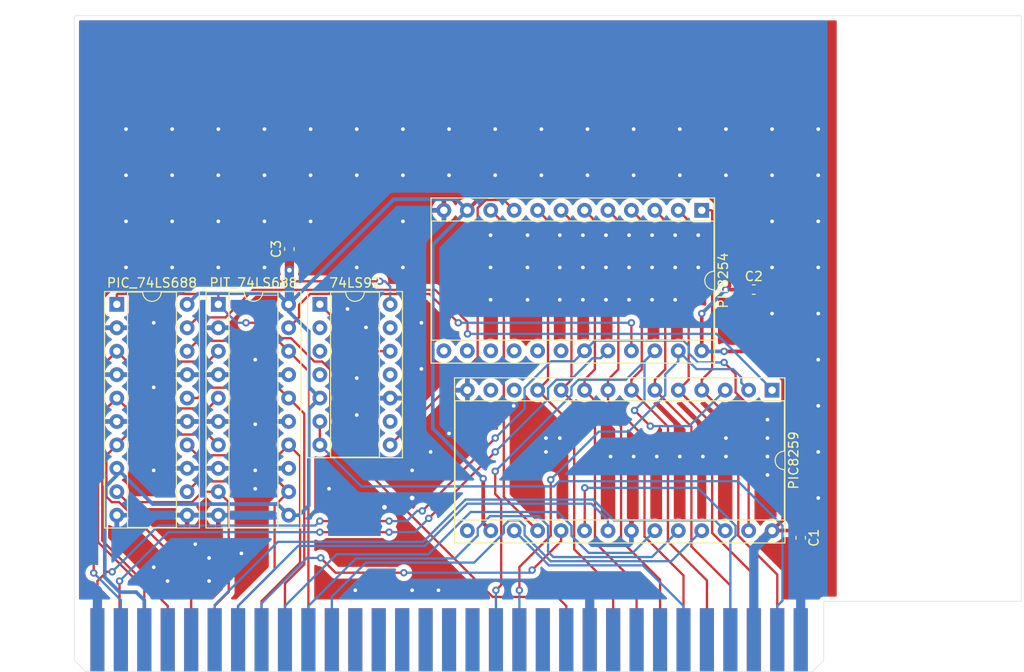
<source format=kicad_pcb>
(kicad_pcb (version 20211014) (generator pcbnew)
  (layers (0 "F.Cu" signal) (31 "B.Cu" signal) (34 "B.Paste" user) (35 "F.Paste" user) (36 "B.SilkS" user "B.Silkscreen") (37 "F.SilkS" user "F.Silkscreen") (38 "B.Mask" user) (39 "F.Mask" user) (44 "Edge.Cuts" user))
  (net 0 "")
  (net 1 "GND")
  (net 2 "VCC")
  (net 3 "CLK")
  (net 4 "RESET")
  (net 5 "A15")
  (net 6 "A8")
  (net 7 "A9")
  (net 8 "A10")
  (net 9 "A11")
  (net 10 "A12")
  (net 11 "A13")
  (net 12 "A14")
  (net 13 "D0")
  (net 14 "D1")
  (net 15 "D2")
  (net 16 "D3")
  (net 17 "D4")
  (net 18 "D5")
  (net 19 "D6")
  (net 20 "D7")
  (net 21 "A7")
  (net 22 "A3")
  (net 23 "A6")
  (net 24 "A2")
  (net 25 "A5")
  (net 26 "A1")
  (net 27 "A4")
  (net 28 "A0")
  (net 29 "OSC")
  (net 30 "IOW")
  (net 31 "IOR")
  (net 32 "AEN")
  (net 37 "INTAK")
  (net 38 "IRQ3")
  (net 39 "IRQ5")
  (net 40 "IRQ6")
  (net 41 "IRQ7")
  (net 51 "INT")
  (net 53 "IRQ2")
  (net 54 "Q0")
  (net 57 "OSC1")
  (net 60 "IRQ1")
  (net 61 "IRQ0")
  (net 63 "CSPIC")
  (net 64 "CSPIT")
  (net 71 "A16")
  (net 72 "A17")
  (net 73 "A18")
  (net 74 "A19")
  (footprint "adlib:BUS_PC" (layer "F.Cu") (at 140 120)
    (fp_text reference "J4" hide)
    (fp_text value "Bus_ISA_8bit")
  )
  (footprint "Capacitor_SMD:C_0603_1608Metric" (layer "F.Cu") (at 178.1 109.3125 -90)
    (fp_text reference "C1")
    (fp_text value "100nF")
  )
  (footprint "Capacitor_SMD:C_0603_1608Metric" (layer "F.Cu") (at 173.0125 82.4)
    (fp_text reference "C2")
    (fp_text value "100nF")
  )
  (footprint "Capacitor_SMD:C_0603_1608Metric" (layer "F.Cu") (at 122.7 78 90)
    (fp_text reference "C3")
    (fp_text value "100nF")
  )
  (footprint "Package_DIP:DIP-14_W7.62mm_Socket" (layer "F.Cu") (at 126 84)
    (fp_text reference "74LS92")
    (fp_text value "74LS92")
  )
  (footprint "Package_DIP:DIP-28_W15.24mm_Socket" (layer "F.Cu") (at 175 93.3 -90)
    (fp_text reference "PIC8259")
    (fp_text value "Conn_02x14_Counter_Clockwise")
  )
  (footprint "Package_DIP:DIP-20_W7.62mm_Socket" (layer "F.Cu") (at 115 84)
    (fp_text reference "PIT_74LS688")
    (fp_text value "74LS688")
  )
  (footprint "Package_DIP:DIP-24_W15.24mm_Socket" (layer "F.Cu") (at 167.375 73.8 -90)
    (fp_text reference "PIT8254")
    (fp_text value "Conn_02x12_Counter_Clockwise")
  )
  (footprint "Package_DIP:DIP-20_W7.62mm_Socket" (layer "F.Cu") (at 104 84)
    (fp_text reference "PIC_74LS688")
    (fp_text value "74LS688")
  )
  (gr_line (start 99.4 52.7) (end 99.4 116.2) (layer "Edge.Cuts") (width 0.05))
  (gr_line (start 180.6 122.6) (end 180.6 116.2) (layer "Edge.Cuts") (width 0.05))
  (gr_line (start 100.6 123.8) (end 99.4 122.6) (layer "Edge.Cuts") (width 0.05))
  (gr_line (start 202 52.7) (end 99.4 52.7) (layer "Edge.Cuts") (width 0.05))
  (gr_line (start 202 116.2) (end 202 52.7) (layer "Edge.Cuts") (width 0.05))
  (gr_line (start 179.4 123.8) (end 180.6 122.6) (layer "Edge.Cuts") (width 0.05))
  (gr_line (start 179.4 123.8) (end 100.6 123.8) (layer "Edge.Cuts") (width 0.05))
  (gr_line (start 180.6 116.2) (end 202 116.2) (layer "Edge.Cuts") (width 0.05))
  (gr_line (start 99.4 122.6) (end 99.4 116.2) (layer "Edge.Cuts") (width 0.05))
  (segment (start 150.5 98.5) (end 150.5 98.5) (width 0.4) (layer "F.Cu") (net 1))
  (segment (start 147 95) (end 150.5 98.5) (width 0.4) (layer "F.Cu") (net 1))
  (via (at 105 65) (size 0.8) (drill 0.4) (layers "F.Cu" "B.Cu") (net 1))
  (via (at 170 98.5) (size 0.8) (drill 0.4) (layers "F.Cu" "B.Cu") (net 1))
  (via (at 152 98.5) (size 0.8) (drill 0.4) (layers "F.Cu" "B.Cu") (net 1))
  (via (at 170 70) (size 0.8) (drill 0.4) (layers "F.Cu" "B.Cu") (net 1))
  (via (at 152 83.5) (size 0.8) (drill 0.4) (layers "F.Cu" "B.Cu") (net 1))
  (via (at 180 105) (size 0.8) (drill 0.4) (layers "F.Cu" "B.Cu") (net 1))
  (via (at 108 112.5) (size 0.8) (drill 0.4) (layers "F.Cu" "B.Cu") (net 1))
  (via (at 180 80) (size 0.8) (drill 0.4) (layers "F.Cu" "B.Cu") (net 1))
  (via (at 180 65) (size 0.8) (drill 0.4) (layers "F.Cu" "B.Cu") (net 1))
  (via (at 159.5 80) (size 0.8) (drill 0.4) (layers "F.Cu" "B.Cu") (net 1))
  (via (at 164.5 83.5) (size 0.8) (drill 0.4) (layers "F.Cu" "B.Cu") (net 1))
  (via (at 180 95) (size 0.8) (drill 0.4) (layers "F.Cu" "B.Cu") (net 1))
  (via (at 159.5 76.5) (size 0.8) (drill 0.4) (layers "F.Cu" "B.Cu") (net 1))
  (via (at 164.5 80) (size 0.8) (drill 0.4) (layers "F.Cu" "B.Cu") (net 1))
  (via (at 180 85) (size 0.8) (drill 0.4) (layers "F.Cu" "B.Cu") (net 1))
  (via (at 136 105) (size 1) (drill 0.5) (layers "F.Cu" "B.Cu") (net 1))
  (via (at 137 91) (size 0.8) (drill 0.4) (layers "F.Cu" "B.Cu") (net 1))
  (via (at 138.85 115) (size 0.8) (drill 0.4) (layers "F.Cu" "B.Cu") (net 1))
  (via (at 175 70) (size 0.8) (drill 0.4) (layers "F.Cu" "B.Cu") (net 1))
  (via (at 148.5 76.5) (size 0.8) (drill 0.4) (layers "F.Cu" "B.Cu") (net 1))
  (via (at 125 75) (size 0.8) (drill 0.4) (layers "F.Cu" "B.Cu") (net 1))
  (via (at 109.5 114) (size 0.8) (drill 0.4) (layers "F.Cu" "B.Cu") (net 1))
  (via (at 136 115) (size 0.8) (drill 0.4) (layers "F.Cu" "B.Cu") (net 1))
  (via (at 174.5 98.5) (size 0.8) (drill 0.4) (layers "F.Cu" "B.Cu") (net 1))
  (via (at 120 70) (size 0.8) (drill 0.4) (layers "F.Cu" "B.Cu") (net 1))
  (via (at 110 70) (size 0.8) (drill 0.4) (layers "F.Cu" "B.Cu") (net 1))
  (via (at 175 65) (size 0.8) (drill 0.4) (layers "F.Cu" "B.Cu") (net 1))
  (via (at 167 80) (size 0.8) (drill 0.4) (layers "F.Cu" "B.Cu") (net 1))
  (via (at 167.5 100.5) (size 0.8) (drill 0.4) (layers "F.Cu" "B.Cu") (net 1))
  (via (at 135 80) (size 0.8) (drill 0.4) (layers "F.Cu" "B.Cu") (net 1))
  (via (at 140 98) (size 0.8) (drill 0.4) (layers "F.Cu" "B.Cu") (net 1))
  (via (at 165 65) (size 0.8) (drill 0.4) (layers "F.Cu" "B.Cu") (net 1))
  (via (at 140 65) (size 0.8) (drill 0.4) (layers "F.Cu" "B.Cu") (net 1))
  (via (at 119 102) (size 0.8) (drill 0.4) (layers "F.Cu" "B.Cu") (net 1))
  (via (at 114 114) (size 0.8) (drill 0.4) (layers "F.Cu" "B.Cu") (net 1))
  (via (at 150 65) (size 0.8) (drill 0.4) (layers "F.Cu" "B.Cu") (net 1))
  (via (at 105 70) (size 0.8) (drill 0.4) (layers "F.Cu" "B.Cu") (net 1))
  (via (at 125 70) (size 0.8) (drill 0.4) (layers "F.Cu" "B.Cu") (net 1))
  (via (at 108 93) (size 0.8) (drill 0.4) (layers "F.Cu" "B.Cu") (net 1))
  (via (at 119 97) (size 0.8) (drill 0.4) (layers "F.Cu" "B.Cu") (net 1))
  (via (at 120 80) (size 0.8) (drill 0.4) (layers "F.Cu" "B.Cu") (net 1))
  (via (at 135 75) (size 0.8) (drill 0.4) (layers "F.Cu" "B.Cu") (net 1))
  (via (at 180 75) (size 0.8) (drill 0.4) (layers "F.Cu" "B.Cu") (net 1))
  (via (at 157 76.5) (size 0.8) (drill 0.4) (layers "F.Cu" "B.Cu") (net 1))
  (via (at 131 86.5) (size 0.8) (drill 0.4) (layers "F.Cu" "B.Cu") (net 1))
  (via (at 138 100) (size 0.8) (drill 0.4) (layers "F.Cu" "B.Cu") (net 1))
  (via (at 127 104) (size 0.8) (drill 0.4) (layers "F.Cu" "B.Cu") (net 1))
  (via (at 120 75) (size 0.8) (drill 0.4) (layers "F.Cu" "B.Cu") (net 1))
  (via (at 175 85) (size 0.8) (drill 0.4) (layers "F.Cu" "B.Cu") (net 1))
  (via (at 144.5 76.5) (size 0.8) (drill 0.4) (layers "F.Cu" "B.Cu") (net 1))
  (via (at 154.5 80) (size 0.8) (drill 0.4) (layers "F.Cu" "B.Cu") (net 1))
  (via (at 136 102) (size 0.8) (drill 0.4) (layers "F.Cu" "B.Cu") (net 1))
  (via (at 174.5 102.5) (size 0.8) (drill 0.4) (layers "F.Cu" "B.Cu") (net 1))
  (via (at 105 75) (size 0.8) (drill 0.4) (layers "F.Cu" "B.Cu") (net 1))
  (via (at 180 100) (size 0.8) (drill 0.4) (layers "F.Cu" "B.Cu") (net 1))
  (via (at 115 70) (size 0.8) (drill 0.4) (layers "F.Cu" "B.Cu") (net 1))
  (via (at 129 84.5) (size 0.8) (drill 0.4) (layers "F.Cu" "B.Cu") (net 1))
  (via (at 162 76.5) (size 0.8) (drill 0.4) (layers "F.Cu" "B.Cu") (net 1))
  (via (at 175 75) (size 0.8) (drill 0.4) (layers "F.Cu" "B.Cu") (net 1))
  (via (at 120 65) (size 0.8) (drill 0.4) (layers "F.Cu" "B.Cu") (net 1))
  (via (at 105 80) (size 0.8) (drill 0.4) (layers "F.Cu" "B.Cu") (net 1))
  (via (at 130 96) (size 0.8) (drill 0.4) (layers "F.Cu" "B.Cu") (net 1))
  (via (at 145 70) (size 0.8) (drill 0.4) (layers "F.Cu" "B.Cu") (net 1))
  (via (at 135 70) (size 0.8) (drill 0.4) (layers "F.Cu" "B.Cu") (net 1))
  (via (at 165 100.5) (size 0.8) (drill 0.4) (layers "F.Cu" "B.Cu") (net 1))
  (via (at 112.5 110) (size 0.8) (drill 0.4) (layers "F.Cu" "B.Cu") (net 1))
  (via (at 167 76.5) (size 0.8) (drill 0.4) (layers "F.Cu" "B.Cu") (net 1))
  (via (at 160 65) (size 0.8) (drill 0.4) (layers "F.Cu" "B.Cu") (net 1))
  (via (at 110 80) (size 0.8) (drill 0.4) (layers "F.Cu" "B.Cu") (net 1))
  (via (at 170 100.5) (size 0.8) (drill 0.4) (layers "F.Cu" "B.Cu") (net 1))
  (via (at 108 102) (size 0.8) (drill 0.4) (layers "F.Cu" "B.Cu") (net 1))
  (via (at 135 65) (size 0.8) (drill 0.4) (layers "F.Cu" "B.Cu") (net 1))
  (via (at 170 65) (size 0.8) (drill 0.4) (layers "F.Cu" "B.Cu") (net 1))
  (via (at 145 65) (size 0.8) (drill 0.4) (layers "F.Cu" "B.Cu") (net 1))
  (via (at 152 76.5) (size 0.8) (drill 0.4) (layers "F.Cu" "B.Cu") (net 1))
  (via (at 159.5 83.5) (size 0.8) (drill 0.4) (layers "F.Cu" "B.Cu") (net 1))
  (via (at 114 111.5) (size 0.8) (drill 0.4) (layers "F.Cu" "B.Cu") (net 1))
  (via (at 148.5 80) (size 0.8) (drill 0.4) (layers "F.Cu" "B.Cu") (net 1))
  (via (at 115 80) (size 0.8) (drill 0.4) (layers "F.Cu" "B.Cu") (net 1))
  (via (at 155 70) (size 0.8) (drill 0.4) (layers "F.Cu" "B.Cu") (net 1))
  (via (at 137 86) (size 0.8) (drill 0.4) (layers "F.Cu" "B.Cu") (net 1))
  (via (at 157 80) (size 0.8) (drill 0.4) (layers "F.Cu" "B.Cu") (net 1))
  (via (at 148.5 83.5) (size 0.8) (drill 0.4) (layers "F.Cu" "B.Cu") (net 1))
  (via (at 115 65) (size 0.8) (drill 0.4) (layers "F.Cu" "B.Cu") (net 1))
  (via (at 130 70) (size 0.8) (drill 0.4) (layers "F.Cu" "B.Cu") (net 1))
  (via (at 130 65) (size 0.8) (drill 0.4) (layers "F.Cu" "B.Cu") (net 1))
  (via (at 117.5 111) (size 0.8) (drill 0.4) (layers "F.Cu" "B.Cu") (net 1))
  (via (at 150 70) (size 0.8) (drill 0.4) (layers "F.Cu" "B.Cu") (net 1))
  (via (at 147 95) (size 0.8) (drill 0.4) (layers "F.Cu" "B.Cu") (net 1))
  (via (at 154.5 76.5) (size 0.8) (drill 0.4) (layers "F.Cu" "B.Cu") (net 1))
  (via (at 144.5 80) (size 0.8) (drill 0.4) (layers "F.Cu" "B.Cu") (net 1))
  (via (at 150.5 98.5) (size 0.8) (drill 0.4) (layers "F.Cu" "B.Cu") (net 1))
  (via (at 110 75) (size 0.8) (drill 0.4) (layers "F.Cu" "B.Cu") (net 1))
  (via (at 150.5 100) (size 0.8) (drill 0.4) (layers "F.Cu" "B.Cu") (net 1))
  (via (at 129.84 115) (size 0.8) (drill 0.4) (layers "F.Cu" "B.Cu") (net 1))
  (via (at 160 100.5) (size 0.8) (drill 0.4) (layers "F.Cu" "B.Cu") (net 1))
  (via (at 115 75) (size 0.8) (drill 0.4) (layers "F.Cu" "B.Cu") (net 1))
  (via (at 162.5 100.5) (size 0.8) (drill 0.4) (layers "F.Cu" "B.Cu") (net 1))
  (via (at 180 90) (size 0.8) (drill 0.4) (layers "F.Cu" "B.Cu") (net 1))
  (via (at 133 106) (size 1) (drill 0.5) (layers "F.Cu" "B.Cu") (net 1))
  (via (at 174.5 96.5) (size 0.8) (drill 0.4) (layers "F.Cu" "B.Cu") (net 1))
  (via (at 119 90) (size 0.8) (drill 0.4) (layers "F.Cu" "B.Cu") (net 1))
  (via (at 165 70) (size 0.8) (drill 0.4) (layers "F.Cu" "B.Cu") (net 1))
  (via (at 130 80) (size 0.8) (drill 0.4) (layers "F.Cu" "B.Cu") (net 1))
  (via (at 152 80) (size 0.8) (drill 0.4) (layers "F.Cu" "B.Cu") (net 1))
  (via (at 160 70) (size 0.8) (drill 0.4) (layers "F.Cu" "B.Cu") (net 1))
  (via (at 140 70) (size 0.8) (drill 0.4) (layers "F.Cu" "B.Cu") (net 1))
  (via (at 180 70) (size 0.8) (drill 0.4) (layers "F.Cu" "B.Cu") (net 1))
  (via (at 175 80) (size 0.8) (drill 0.4) (layers "F.Cu" "B.Cu") (net 1))
  (via (at 108 86) (size 0.8) (drill 0.4) (layers "F.Cu" "B.Cu") (net 1))
  (via (at 154.5 83.5) (size 0.8) (drill 0.4) (layers "F.Cu" "B.Cu") (net 1))
  (via (at 162 83.5) (size 0.8) (drill 0.4) (layers "F.Cu" "B.Cu") (net 1))
  (via (at 162 80) (size 0.8) (drill 0.4) (layers "F.Cu" "B.Cu") (net 1))
  (via (at 144.5 83.5) (size 0.8) (drill 0.4) (layers "F.Cu" "B.Cu") (net 1))
  (via (at 164.5 76.5) (size 0.8) (drill 0.4) (layers "F.Cu" "B.Cu") (net 1))
  (via (at 155 65) (size 0.8) (drill 0.4) (layers "F.Cu" "B.Cu") (net 1))
  (via (at 174.5 100.5) (size 0.8) (drill 0.4) (layers "F.Cu" "B.Cu") (net 1))
  (via (at 130 92) (size 0.8) (drill 0.4) (layers "F.Cu" "B.Cu") (net 1))
  (via (at 110 65) (size 0.8) (drill 0.4) (layers "F.Cu" "B.Cu") (net 1))
  (via (at 119 104) (size 0.8) (drill 0.4) (layers "F.Cu" "B.Cu") (net 1))
  (via (at 125 65) (size 0.8) (drill 0.4) (layers "F.Cu" "B.Cu") (net 1))
  (via (at 157.5 100.5) (size 0.8) (drill 0.4) (layers "F.Cu" "B.Cu") (net 1))
  (via (at 157 83.5) (size 0.8) (drill 0.4) (layers "F.Cu" "B.Cu") (net 1))
  (segment (start 135 106) (end 136 105) (width 1) (layer "B.Cu") (net 1))
  (segment (start 178.1 120.381) (end 178.1 115) (width 1) (layer "B.Cu") (net 1))
  (segment (start 155.24 120.381) (end 155.24 115) (width 1) (layer "B.Cu") (net 1))
  (segment (start 133 106) (end 135 106) (width 1) (layer "B.Cu") (net 1))
  (segment (start 101.9 120.381) (end 101.9 115) (width 1) (layer "B.Cu") (net 1))
  (segment (start 169.8 89.1) (end 169.8 89.1) (width 0.4) (layer "F.Cu") (net 2))
  (segment (start 167.375 85) (end 167.375 85) (width 0.4) (layer "F.Cu") (net 2))
  (segment (start 176.200001 92.179999) (end 173.120002 89.1) (width 0.4) (layer "F.Cu") (net 2))
  (segment (start 167.375 89.04) (end 167.375 85) (width 0.4) (layer "F.Cu") (net 2))
  (segment (start 122.7 78.7875) (end 122.7 80.3) (width 1) (layer "F.Cu") (net 2))
  (segment (start 143.7 102.9) (end 143.7 107.72) (width 0.4) (layer "F.Cu") (net 2))
  (segment (start 168.044991 72.149989) (end 143.625011 72.149989) (width 0.4) (layer "F.Cu") (net 2))
  (segment (start 143.625011 72.149989) (end 142.774999 73.000001) (width 0.4) (layer "F.Cu") (net 2))
  (segment (start 176.200001 107.339999) (end 176.200001 92.179999) (width 0.4) (layer "F.Cu") (net 2))
  (segment (start 143.7 107.72) (end 144.52 108.54) (width 0.4) (layer "F.Cu") (net 2))
  (segment (start 178.1 108.525) (end 175.015 108.525) (width 0.4) (layer "F.Cu") (net 2))
  (segment (start 172.225 82.4) (end 169.975 82.4) (width 0.4) (layer "F.Cu") (net 2))
  (segment (start 169.975 82.4) (end 170.374999 82.000001) (width 0.4) (layer "F.Cu") (net 2))
  (segment (start 170.374999 82.000001) (end 170.374999 74.479997) (width 0.4) (layer "F.Cu") (net 2))
  (segment (start 175 108.54) (end 176.200001 107.339999) (width 0.4) (layer "F.Cu") (net 2))
  (segment (start 170.374999 74.479997) (end 168.044991 72.149989) (width 0.4) (layer "F.Cu") (net 2))
  (segment (start 173.120002 89.1) (end 169.8 89.1) (width 0.4) (layer "F.Cu") (net 2))
  (segment (start 175.015 108.525) (end 175 108.54) (width 0.4) (layer "F.Cu") (net 2))
  (segment (start 142.774999 73.000001) (end 141.975 73.8) (width 0.4) (layer "F.Cu") (net 2))
  (via (at 169.8 89.1) (size 0.8) (drill 0.4) (layers "F.Cu" "B.Cu") (net 2))
  (via (at 143.7 102.9) (size 0.8) (drill 0.4) (layers "F.Cu" "B.Cu") (net 2))
  (via (at 122.7 80.3) (size 1) (drill 0.5) (layers "F.Cu" "B.Cu") (net 2))
  (via (at 169.975 82.4) (size 0.8) (drill 0.4) (layers "F.Cu" "B.Cu") (net 2))
  (via (at 167.375 85) (size 0.8) (drill 0.4) (layers "F.Cu" "B.Cu") (net 2))
  (segment (start 143.7 102.9) (end 143.7 102.9) (width 0.4) (layer "B.Cu") (net 2))
  (segment (start 169.975 82.4) (end 169.975 82.4) (width 0.4) (layer "B.Cu") (net 2))
  (segment (start 167.375 85) (end 169.975 82.4) (width 0.4) (layer "B.Cu") (net 2))
  (segment (start 124.799999 86.943997) (end 124.799999 92.959999) (width 0.4) (layer "B.Cu") (net 2))
  (segment (start 121.419999 82.799999) (end 112.820001 82.799999) (width 0.4) (layer "B.Cu") (net 2))
  (segment (start 125.200001 93.360001) (end 126 94.16) (width 0.4) (layer "B.Cu") (net 2))
  (segment (start 173.02 120.381) (end 173.02 110.52) (width 1) (layer "B.Cu") (net 2))
  (segment (start 104 101.78) (end 107.879999 105.659999) (width 0.4) (layer "B.Cu") (net 2))
  (segment (start 140.774999 72.599999) (end 134.020001 72.599999) (width 0.4) (layer "B.Cu") (net 2))
  (segment (start 122.62 84.763998) (end 124.799999 86.943997) (width 0.4) (layer "B.Cu") (net 2))
  (segment (start 125.200001 94.959999) (end 126 94.16) (width 0.4) (layer "B.Cu") (net 2))
  (segment (start 123.75137 106.86) (end 124.799999 105.811371) (width 0.4) (layer "B.Cu") (net 2))
  (segment (start 173.02 110.52) (end 175 108.54) (width 1) (layer "B.Cu") (net 2))
  (segment (start 167.435 89.1) (end 167.375 89.04) (width 0.4) (layer "B.Cu") (net 2))
  (segment (start 138.234999 97.434999) (end 143.7 102.9) (width 0.4) (layer "B.Cu") (net 2))
  (segment (start 112.419999 83.200001) (end 111.62 84) (width 0.4) (layer "B.Cu") (net 2))
  (segment (start 122.62 84) (end 121.419999 82.799999) (width 0.4) (layer "B.Cu") (net 2))
  (segment (start 122.7 80.3) (end 122.7 83.92) (width 1) (layer "B.Cu") (net 2))
  (segment (start 121.419999 105.659999) (end 121.820001 106.060001) (width 0.4) (layer "B.Cu") (net 2))
  (segment (start 124.799999 95.360001) (end 125.200001 94.959999) (width 0.4) (layer "B.Cu") (net 2))
  (segment (start 104.315998 115.2) (end 106.1 115.2) (width 0.4) (layer "B.Cu") (net 2))
  (segment (start 104 101.78) (end 104 102.543998) (width 0.4) (layer "B.Cu") (net 2))
  (segment (start 138.234999 77.540001) (end 138.234999 97.434999) (width 0.4) (layer "B.Cu") (net 2))
  (segment (start 107.879999 105.659999) (end 121.419999 105.659999) (width 0.4) (layer "B.Cu") (net 2))
  (segment (start 106.98 116.08) (end 106.98 120.381) (width 0.4) (layer "B.Cu") (net 2))
  (segment (start 123.419999 83.200001) (end 122.62 84) (width 0.4) (layer "B.Cu") (net 2))
  (segment (start 169.8 89.1) (end 167.435 89.1) (width 0.4) (layer "B.Cu") (net 2))
  (segment (start 124.799999 105.811371) (end 124.799999 95.360001) (width 0.4) (layer "B.Cu") (net 2))
  (segment (start 122.62 84) (end 122.62 84.763998) (width 0.4) (layer "B.Cu") (net 2))
  (segment (start 134.020001 72.599999) (end 123.419999 83.200001) (width 0.4) (layer "B.Cu") (net 2))
  (segment (start 121.820001 106.060001) (end 122.62 106.86) (width 0.4) (layer "B.Cu") (net 2))
  (segment (start 102.699999 103.843999) (end 102.699999 113.584001) (width 0.4) (layer "B.Cu") (net 2))
  (segment (start 124.799999 92.959999) (end 125.200001 93.360001) (width 0.4) (layer "B.Cu") (net 2))
  (segment (start 104 102.543998) (end 102.699999 103.843999) (width 0.4) (layer "B.Cu") (net 2))
  (segment (start 122.62 106.86) (end 123.75137 106.86) (width 0.4) (layer "B.Cu") (net 2))
  (segment (start 141.975 73.8) (end 138.234999 77.540001) (width 0.4) (layer "B.Cu") (net 2))
  (segment (start 112.820001 82.799999) (end 112.419999 83.200001) (width 0.4) (layer "B.Cu") (net 2))
  (segment (start 141.975 73.8) (end 140.774999 72.599999) (width 0.4) (layer "B.Cu") (net 2))
  (segment (start 106.1 115.2) (end 106.98 116.08) (width 0.4) (layer "B.Cu") (net 2))
  (segment (start 122.7 83.92) (end 122.62 84) (width 1) (layer "B.Cu") (net 2))
  (segment (start 102.699999 113.584001) (end 104.315998 115.2) (width 0.4) (layer "B.Cu") (net 2))
  (segment (start 126 98.10863) (end 126 96.7) (width 0.25) (layer "F.Cu") (net 4))
  (segment (start 126 99.24) (end 126 98.10863) (width 0.25) (layer "F.Cu") (net 4))
  (segment (start 175.56 116.702) (end 176.125001 116.136999) (width 0.25) (layer "B.Cu") (net 4))
  (segment (start 176.125001 116.136999) (end 176.125001 107.999999) (width 0.25) (layer "B.Cu") (net 4))
  (segment (start 171.300001 103.174999) (end 151.928001 103.174999) (width 0.25) (layer "B.Cu") (net 4))
  (segment (start 126.799999 100.039999) (end 126 99.24) (width 0.25) (layer "B.Cu") (net 4))
  (segment (start 151.928001 103.174999) (end 151.363 103.74) (width 0.25) (layer "B.Cu") (net 4))
  (segment (start 130.5 103.74) (end 126.799999 100.039999) (width 0.25) (layer "B.Cu") (net 4))
  (segment (start 175.56 120.381) (end 175.56 116.702) (width 0.25) (layer "B.Cu") (net 4))
  (segment (start 151.363 103.74) (end 130.5 103.74) (width 0.25) (layer "B.Cu") (net 4))
  (segment (start 176.125001 107.999999) (end 171.300001 103.174999) (width 0.25) (layer "B.Cu") (net 4))
  (segment (start 124.30999 112.19001) (end 124.30999 95.84999) (width 0.25) (layer "F.Cu") (net 6))
  (segment (start 122.22 114.28) (end 124.30999 112.19001) (width 0.25) (layer "F.Cu") (net 6))
  (segment (start 121.820001 93.360001) (end 122.62 94.16) (width 0.25) (layer "F.Cu") (net 6))
  (segment (start 124.30999 95.84999) (end 122.62 94.16) (width 0.25) (layer "F.Cu") (net 6))
  (segment (start 121.494999 93.034999) (end 121.820001 93.360001) (width 0.25) (layer "F.Cu") (net 6))
  (segment (start 111.62 94.16) (end 112.75137 94.16) (width 0.25) (layer "F.Cu") (net 6))
  (segment (start 112.75137 94.16) (end 113.876371 93.034999) (width 0.25) (layer "F.Cu") (net 6))
  (segment (start 122.22 120.381) (end 122.22 114.28) (width 0.25) (layer "F.Cu") (net 6))
  (segment (start 113.876371 93.034999) (end 121.494999 93.034999) (width 0.25) (layer "F.Cu") (net 6))
  (segment (start 121.494999 87.954999) (end 121.820001 88.280001) (width 0.25) (layer "F.Cu") (net 7))
  (segment (start 124.76 120.381) (end 124.76 91.22) (width 0.25) (layer "F.Cu") (net 7))
  (segment (start 112.745001 87.954999) (end 121.494999 87.954999) (width 0.25) (layer "F.Cu") (net 7))
  (segment (start 111.62 89.08) (end 112.745001 87.954999) (width 0.25) (layer "F.Cu") (net 7))
  (segment (start 124.76 91.22) (end 122.62 89.08) (width 0.25) (layer "F.Cu") (net 7))
  (segment (start 121.820001 88.280001) (end 122.62 89.08) (width 0.25) (layer "F.Cu") (net 7))
  (segment (start 150.720001 74.925001) (end 150.394999 74.599999) (width 0.25) (layer "F.Cu") (net 13))
  (segment (start 157.78 114.78) (end 157.78 120.381) (width 0.25) (layer "F.Cu") (net 13))
  (segment (start 150.720001 92.179999) (end 150.720001 74.925001) (width 0.25) (layer "F.Cu") (net 13))
  (segment (start 153.554999 97.254999) (end 153.554999 110.554999) (width 0.25) (layer "F.Cu") (net 13))
  (segment (start 150.394999 74.599999) (end 149.595 73.8) (width 0.25) (layer "F.Cu") (net 13))
  (segment (start 149.6 93.3) (end 150.720001 92.179999) (width 0.25) (layer "F.Cu") (net 13))
  (segment (start 149.6 93.3) (end 153.554999 97.254999) (width 0.25) (layer "F.Cu") (net 13))
  (segment (start 153.554999 110.554999) (end 157.78 114.78) (width 0.25) (layer "F.Cu") (net 13))
  (segment (start 153.260001 92.179999) (end 153.260001 74.925001) (width 0.25) (layer "F.Cu") (net 14))
  (segment (start 153.260001 74.925001) (end 152.934999 74.599999) (width 0.25) (layer "F.Cu") (net 14))
  (segment (start 160.32 114.32) (end 160.32 120.381) (width 0.25) (layer "F.Cu") (net 14))
  (segment (start 152.14 93.3) (end 155.805001 96.965001) (width 0.25) (layer "F.Cu") (net 14))
  (segment (start 155.805001 109.805001) (end 160.32 114.32) (width 0.25) (layer "F.Cu") (net 14))
  (segment (start 152.14 93.3) (end 153.260001 92.179999) (width 0.25) (layer "F.Cu") (net 14))
  (segment (start 152.934999 74.599999) (end 152.135 73.8) (width 0.25) (layer "F.Cu") (net 14))
  (segment (start 155.805001 96.965001) (end 155.805001 109.805001) (width 0.25) (layer "F.Cu") (net 14))
  (segment (start 162.86 113.86) (end 162.86 120.381) (width 0.25) (layer "F.Cu") (net 15))
  (segment (start 158.634999 109.634999) (end 162.86 113.86) (width 0.25) (layer "F.Cu") (net 15))
  (segment (start 158.634999 97.254999) (end 158.634999 109.634999) (width 0.25) (layer "F.Cu") (net 15))
  (segment (start 155.800001 91.048629) (end 155.800001 74.925001) (width 0.25) (layer "F.Cu") (net 15))
  (segment (start 154.68 92.16863) (end 155.800001 91.048629) (width 0.25) (layer "F.Cu") (net 15))
  (segment (start 155.800001 74.925001) (end 155.474999 74.599999) (width 0.25) (layer "F.Cu") (net 15))
  (segment (start 154.68 93.3) (end 158.634999 97.254999) (width 0.25) (layer "F.Cu") (net 15))
  (segment (start 155.474999 74.599999) (end 154.675 73.8) (width 0.25) (layer "F.Cu") (net 15))
  (segment (start 154.68 93.3) (end 154.68 92.16863) (width 0.25) (layer "F.Cu") (net 15))
  (segment (start 157.22 93.3) (end 157.22 94.43137) (width 0.25) (layer "F.Cu") (net 16))
  (segment (start 158.340001 91.048629) (end 158.340001 74.925001) (width 0.25) (layer "F.Cu") (net 16))
  (segment (start 161.174999 109.174999) (end 165.4 113.4) (width 0.25) (layer "F.Cu") (net 16))
  (segment (start 157.22 93.3) (end 157.22 92.16863) (width 0.25) (layer "F.Cu") (net 16))
  (segment (start 157.22 94.43137) (end 161.174999 98.386369) (width 0.25) (layer "F.Cu") (net 16))
  (segment (start 161.174999 98.386369) (end 161.174999 109.174999) (width 0.25) (layer "F.Cu") (net 16))
  (segment (start 165.4 113.4) (end 165.4 120.381) (width 0.25) (layer "F.Cu") (net 16))
  (segment (start 158.340001 74.925001) (end 158.014999 74.599999) (width 0.25) (layer "F.Cu") (net 16))
  (segment (start 158.014999 74.599999) (end 157.215 73.8) (width 0.25) (layer "F.Cu") (net 16))
  (segment (start 157.22 92.16863) (end 158.340001 91.048629) (width 0.25) (layer "F.Cu") (net 16))
  (segment (start 160.554999 74.599999) (end 159.755 73.8) (width 0.25) (layer "F.Cu") (net 17))
  (segment (start 159.76 92.16863) (end 160.880001 91.048629) (width 0.25) (layer "F.Cu") (net 17))
  (segment (start 163.714999 97.254999) (end 163.714999 109.714999) (width 0.25) (layer "F.Cu") (net 17))
  (segment (start 163.714999 109.714999) (end 167.94 113.94) (width 0.25) (layer "F.Cu") (net 17))
  (segment (start 160.880001 74.925001) (end 160.554999 74.599999) (width 0.25) (layer "F.Cu") (net 17))
  (segment (start 159.76 93.3) (end 159.76 92.16863) (width 0.25) (layer "F.Cu") (net 17))
  (segment (start 159.76 93.3) (end 163.714999 97.254999) (width 0.25) (layer "F.Cu") (net 17))
  (segment (start 167.94 113.94) (end 167.94 120.381) (width 0.25) (layer "F.Cu") (net 17))
  (segment (start 160.880001 91.048629) (end 160.880001 74.925001) (width 0.25) (layer "F.Cu") (net 17))
  (segment (start 162.3 92.16863) (end 163.420001 91.048629) (width 0.25) (layer "F.Cu") (net 18))
  (segment (start 162.3 93.3) (end 162.3 92.16863) (width 0.25) (layer "F.Cu") (net 18))
  (segment (start 163.420001 91.048629) (end 163.420001 74.925001) (width 0.25) (layer "F.Cu") (net 18))
  (segment (start 166.254999 97.254999) (end 166.254999 110.254999) (width 0.25) (layer "F.Cu") (net 18))
  (segment (start 162.3 93.3) (end 166.254999 97.254999) (width 0.25) (layer "F.Cu") (net 18))
  (segment (start 163.420001 74.925001) (end 163.094999 74.599999) (width 0.25) (layer "F.Cu") (net 18))
  (segment (start 170.48 114.48) (end 170.48 120.381) (width 0.25) (layer "F.Cu") (net 18))
  (segment (start 163.094999 74.599999) (end 162.295 73.8) (width 0.25) (layer "F.Cu") (net 18))
  (segment (start 166.254999 110.254999) (end 170.48 114.48) (width 0.25) (layer "F.Cu") (net 18))
  (segment (start 168.505001 108.790003) (end 168.505001 96.965001) (width 0.25) (layer "F.Cu") (net 19))
  (segment (start 164.84 93.3) (end 165.960001 92.179999) (width 0.25) (layer "F.Cu") (net 19))
  (segment (start 165.634999 74.599999) (end 164.835 73.8) (width 0.25) (layer "F.Cu") (net 19))
  (segment (start 165.639999 94.099999) (end 164.84 93.3) (width 0.25) (layer "F.Cu") (net 19))
  (segment (start 165.960001 92.179999) (end 165.960001 74.925001) (width 0.25) (layer "F.Cu") (net 19))
  (segment (start 168.505001 96.965001) (end 165.639999 94.099999) (width 0.25) (layer "F.Cu") (net 19))
  (segment (start 165.960001 74.925001) (end 165.634999 74.599999) (width 0.25) (layer "F.Cu") (net 19))
  (segment (start 173.02 113.305002) (end 168.505001 108.790003) (width 0.25) (layer "F.Cu") (net 19))
  (segment (start 173.02 120.381) (end 173.02 113.305002) (width 0.25) (layer "F.Cu") (net 19))
  (segment (start 167.38 92.16863) (end 168.500001 91.048629) (width 0.25) (layer "F.Cu") (net 20))
  (segment (start 168.425 73.8) (end 167.375 73.8) (width 0.25) (layer "F.Cu") (net 20))
  (segment (start 175.56 113.305002) (end 171.334999 109.080001) (width 0.25) (layer "F.Cu") (net 20))
  (segment (start 171.334999 97.254999) (end 168.179999 94.099999) (width 0.25) (layer "F.Cu") (net 20))
  (segment (start 168.500001 73.875001) (end 168.425 73.8) (width 0.25) (layer "F.Cu") (net 20))
  (segment (start 171.334999 109.080001) (end 171.334999 97.254999) (width 0.25) (layer "F.Cu") (net 20))
  (segment (start 175.56 120.381) (end 175.56 113.305002) (width 0.25) (layer "F.Cu") (net 20))
  (segment (start 168.500001 91.048629) (end 168.500001 73.875001) (width 0.25) (layer "F.Cu") (net 20))
  (segment (start 167.38 93.3) (end 167.38 92.16863) (width 0.25) (layer "F.Cu") (net 20))
  (segment (start 168.179999 94.099999) (end 167.38 93.3) (width 0.25) (layer "F.Cu") (net 20))
  (segment (start 121.820001 100.039999) (end 122.62 99.24) (width 0.25) (layer "F.Cu") (net 21))
  (segment (start 119.68 120.381) (end 119.68 116.18359) (width 0.25) (layer "F.Cu") (net 21))
  (segment (start 112.745001 100.365001) (end 121.494999 100.365001) (width 0.25) (layer "F.Cu") (net 21))
  (segment (start 123.85998 100.47998) (end 122.62 99.24) (width 0.25) (layer "F.Cu") (net 21))
  (segment (start 123.85998 112.00361) (end 123.85998 100.47998) (width 0.25) (layer "F.Cu") (net 21))
  (segment (start 121.494999 100.365001) (end 121.820001 100.039999) (width 0.25) (layer "F.Cu") (net 21))
  (segment (start 111.62 99.24) (end 112.745001 100.365001) (width 0.25) (layer "F.Cu") (net 21))
  (segment (start 119.68 116.18359) (end 123.85998 112.00361) (width 0.25) (layer "F.Cu") (net 21))
  (segment (start 104 94.16) (end 105.125001 95.285001) (width 0.25) (layer "F.Cu") (net 22))
  (segment (start 113.874999 95.285001) (end 114.200001 94.959999) (width 0.25) (layer "F.Cu") (net 22))
  (segment (start 114.200001 94.959999) (end 115 94.16) (width 0.25) (layer "F.Cu") (net 22))
  (segment (start 102.424989 109.606989) (end 102.424989 95.735011) (width 0.25) (layer "F.Cu") (net 22))
  (segment (start 109.52 120.381) (end 109.52 116.702) (width 0.25) (layer "F.Cu") (net 22))
  (segment (start 102.424989 95.735011) (end 103.200001 94.959999) (width 0.25) (layer "F.Cu") (net 22))
  (segment (start 103.200001 94.959999) (end 104 94.16) (width 0.25) (layer "F.Cu") (net 22))
  (segment (start 105.125001 95.285001) (end 113.874999 95.285001) (width 0.25) (layer "F.Cu") (net 22))
  (segment (start 109.52 116.702) (end 102.424989 109.606989) (width 0.25) (layer "F.Cu") (net 22))
  (segment (start 121.1 105.84) (end 122.62 104.32) (width 0.25) (layer "F.Cu") (net 23))
  (segment (start 121.820001 103.520001) (end 122.62 104.32) (width 0.25) (layer "F.Cu") (net 23))
  (segment (start 117.14 116.702) (end 121.1 112.742) (width 0.25) (layer "F.Cu") (net 23))
  (segment (start 111.62 104.32) (end 112.745001 103.194999) (width 0.25) (layer "F.Cu") (net 23))
  (segment (start 117.14 120.381) (end 117.14 116.702) (width 0.25) (layer "F.Cu") (net 23))
  (segment (start 112.745001 103.194999) (end 121.494999 103.194999) (width 0.25) (layer "F.Cu") (net 23))
  (segment (start 121.494999 103.194999) (end 121.820001 103.520001) (width 0.25) (layer "F.Cu") (net 23))
  (segment (start 121.1 112.742) (end 121.1 105.84) (width 0.25) (layer "F.Cu") (net 23))
  (segment (start 103.200001 89.879999) (end 104 89.08) (width 0.25) (layer "F.Cu") (net 24))
  (segment (start 105.125001 90.205001) (end 104.799999 89.879999) (width 0.25) (layer "F.Cu") (net 24))
  (segment (start 115 89.08) (end 113.874999 90.205001) (width 0.25) (layer "F.Cu") (net 24))
  (segment (start 101.974979 91.105021) (end 103.200001 89.879999) (width 0.25) (layer "F.Cu") (net 24))
  (segment (start 101.974979 109.793389) (end 101.974979 91.105021) (width 0.25) (layer "F.Cu") (net 24))
  (segment (start 104.799999 89.879999) (end 104 89.08) (width 0.25) (layer "F.Cu") (net 24))
  (segment (start 106.98 120.381) (end 106.98 114.79841) (width 0.25) (layer "F.Cu") (net 24))
  (segment (start 113.874999 90.205001) (end 105.125001 90.205001) (width 0.25) (layer "F.Cu") (net 24))
  (segment (start 106.98 114.79841) (end 101.974979 109.793389) (width 0.25) (layer "F.Cu") (net 24))
  (segment (start 115.799999 105.119999) (end 115 104.32) (width 0.25) (layer "F.Cu") (net 25))
  (segment (start 114.6 116.702) (end 116.125001 115.176999) (width 0.25) (layer "F.Cu") (net 25))
  (segment (start 115 104.32) (end 113.285002 104.32) (width 0.25) (layer "F.Cu") (net 25))
  (segment (start 105.125001 105.445001) (end 104.799999 105.119999) (width 0.25) (layer "F.Cu") (net 25))
  (segment (start 112.160001 105.445001) (end 105.125001 105.445001) (width 0.25) (layer "F.Cu") (net 25))
  (segment (start 116.125001 115.176999) (end 116.125001 105.445001) (width 0.25) (layer "F.Cu") (net 25))
  (segment (start 113.285002 104.32) (end 112.160001 105.445001) (width 0.25) (layer "F.Cu") (net 25))
  (segment (start 116.125001 105.445001) (end 115.799999 105.119999) (width 0.25) (layer "F.Cu") (net 25))
  (segment (start 114.6 120.381) (end 114.6 116.702) (width 0.25) (layer "F.Cu") (net 25))
  (segment (start 104.799999 105.119999) (end 104 104.32) (width 0.25) (layer "F.Cu") (net 25))
  (segment (start 137.8 107.2) (end 137.8 107.2) (width 0.25) (layer "F.Cu") (net 26))
  (segment (start 126 108.7) (end 126 108.7) (width 0.25) (layer "F.Cu") (net 26))
  (segment (start 104.3 120.241) (end 104.44 120.381) (width 0.25) (layer "F.Cu") (net 26))
  (segment (start 104.3 114) (end 104.3 120.241) (width 0.25) (layer "F.Cu") (net 26))
  (segment (start 145 100) (end 137.8 107.2) (width 0.25) (layer "F.Cu") (net 26))
  (segment (start 133.5 108.7) (end 126 108.7) (width 0.25) (layer "F.Cu") (net 26))
  (via (at 104.3 114) (size 0.8) (drill 0.4) (layers "F.Cu" "B.Cu") (net 26))
  (via (at 126 108.7) (size 0.8) (drill 0.4) (layers "F.Cu" "B.Cu") (net 26))
  (via (at 145 100) (size 0.8) (drill 0.4) (layers "F.Cu" "B.Cu") (net 26))
  (via (at 137.8 107.2) (size 0.8) (drill 0.4) (layers "F.Cu" "B.Cu") (net 26))
  (via (at 133.5 108.7) (size 0.8) (drill 0.4) (layers "F.Cu" "B.Cu") (net 26))
  (segment (start 145 100) (end 145 100) (width 0.25) (layer "B.Cu") (net 26))
  (segment (start 104.3 114) (end 104.3 114) (width 0.25) (layer "B.Cu") (net 26))
  (segment (start 133.5 108.7) (end 133.5 108.7) (width 0.25) (layer "B.Cu") (net 26))
  (segment (start 109.6 108.7) (end 104.3 114) (width 0.25) (layer "B.Cu") (net 26))
  (segment (start 157.215 89.04) (end 156.415001 89.839999) (width 0.25) (layer "B.Cu") (net 26))
  (segment (start 136.3 108.7) (end 133.5 108.7) (width 0.25) (layer "B.Cu") (net 26))
  (segment (start 155.540003 89.839999) (end 153.205003 92.174999) (width 0.25) (layer "B.Cu") (net 26))
  (segment (start 137.8 107.2) (end 136.3 108.7) (width 0.25) (layer "B.Cu") (net 26))
  (segment (start 126 108.7) (end 109.6 108.7) (width 0.25) (layer "B.Cu") (net 26))
  (segment (start 153.205003 92.174999) (end 151.625001 92.174999) (width 0.25) (layer "B.Cu") (net 26))
  (segment (start 156.415001 89.839999) (end 155.540003 89.839999) (width 0.25) (layer "B.Cu") (net 26))
  (segment (start 150.725001 93.074999) (end 150.725001 94.274999) (width 0.25) (layer "B.Cu") (net 26))
  (segment (start 150.725001 94.274999) (end 145 100) (width 0.25) (layer "B.Cu") (net 26))
  (segment (start 151.625001 92.174999) (end 150.725001 93.074999) (width 0.25) (layer "B.Cu") (net 26))
  (segment (start 104.250003 105.445001) (end 103.459999 105.445001) (width 0.25) (layer "F.Cu") (net 27))
  (segment (start 103.459999 105.445001) (end 102.874999 104.860001) (width 0.25) (layer "F.Cu") (net 27))
  (segment (start 105.125001 98.114999) (end 113.874999 98.114999) (width 0.25) (layer "F.Cu") (net 27))
  (segment (start 103.200001 100.039999) (end 104 99.24) (width 0.25) (layer "F.Cu") (net 27))
  (segment (start 114.200001 98.440001) (end 115 99.24) (width 0.25) (layer "F.Cu") (net 27))
  (segment (start 112.06 120.381) (end 112.06 113.254998) (width 0.25) (layer "F.Cu") (net 27))
  (segment (start 113.874999 98.114999) (end 114.200001 98.440001) (width 0.25) (layer "F.Cu") (net 27))
  (segment (start 112.06 113.254998) (end 104.250003 105.445001) (width 0.25) (layer "F.Cu") (net 27))
  (segment (start 102.874999 104.860001) (end 102.874999 100.365001) (width 0.25) (layer "F.Cu") (net 27))
  (segment (start 102.874999 100.365001) (end 103.200001 100.039999) (width 0.25) (layer "F.Cu") (net 27))
  (segment (start 104 99.24) (end 105.125001 98.114999) (width 0.25) (layer "F.Cu") (net 27))
  (segment (start 169.8 90.3) (end 169.8 90.3) (width 0.25) (layer "F.Cu") (net 28))
  (segment (start 137.1 106.4) (end 137.1 106.4) (width 0.25) (layer "F.Cu") (net 28))
  (segment (start 126 107.5) (end 126 107.5) (width 0.25) (layer "F.Cu") (net 28))
  (segment (start 101.9 114) (end 102.9 113) (width 0.25) (layer "F.Cu") (net 28))
  (segment (start 171.045001 93.550003) (end 171.045001 91.545001) (width 0.25) (layer "F.Cu") (net 28))
  (segment (start 101.9 120.381) (end 101.9 114) (width 0.25) (layer "F.Cu") (net 28))
  (segment (start 102.9 113) (end 103.5 113) (width 0.25) (layer "F.Cu") (net 28))
  (segment (start 172.46 108.54) (end 172.46 94.965002) (width 0.25) (layer "F.Cu") (net 28))
  (segment (start 171.045001 91.545001) (end 169.8 90.3) (width 0.25) (layer "F.Cu") (net 28))
  (segment (start 133.5 107.5) (end 126 107.5) (width 0.25) (layer "F.Cu") (net 28))
  (segment (start 172.46 94.965002) (end 171.045001 93.550003) (width 0.25) (layer "F.Cu") (net 28))
  (segment (start 145 98.5) (end 137.1 106.4) (width 0.25) (layer "F.Cu") (net 28))
  (via (at 169.8 90.3) (size 0.8) (drill 0.4) (layers "F.Cu" "B.Cu") (net 28))
  (via (at 145 98.5) (size 0.8) (drill 0.4) (layers "F.Cu" "B.Cu") (net 28))
  (via (at 126 107.5) (size 0.8) (drill 0.4) (layers "F.Cu" "B.Cu") (net 28))
  (via (at 133.5 107.5) (size 0.8) (drill 0.4) (layers "F.Cu" "B.Cu") (net 28))
  (via (at 137.1 106.4) (size 0.8) (drill 0.4) (layers "F.Cu" "B.Cu") (net 28))
  (via (at 103.5 113) (size 0.8) (drill 0.4) (layers "F.Cu" "B.Cu") (net 28))
  (segment (start 145 98.5) (end 145 98.5) (width 0.25) (layer "B.Cu") (net 28))
  (segment (start 103.5 113) (end 103.5 113) (width 0.25) (layer "B.Cu") (net 28))
  (segment (start 133.5 107.5) (end 133.5 107.5) (width 0.25) (layer "B.Cu") (net 28))
  (segment (start 108.514999 107.985001) (end 103.5 113) (width 0.25) (layer "B.Cu") (net 28))
  (segment (start 148.185001 95.314999) (end 145 98.5) (width 0.25) (layer "B.Cu") (net 28))
  (segment (start 135.434315 107.5) (end 133.5 107.5) (width 0.25) (layer "B.Cu") (net 28))
  (segment (start 125.514999 107.985001) (end 108.514999 107.985001) (width 0.25) (layer "B.Cu") (net 28))
  (segment (start 148.185001 93.049997) (end 148.185001 95.314999) (width 0.25) (layer "B.Cu") (net 28))
  (segment (start 165.960001 89.290003) (end 165.960001 88.499999) (width 0.25) (layer "B.Cu") (net 28))
  (segment (start 153.549999 90.165001) (end 151.069997 90.165001) (width 0.25) (layer "B.Cu") (net 28))
  (segment (start 155.800001 87.914999) (end 155.474999 88.240001) (width 0.25) (layer "B.Cu") (net 28))
  (segment (start 165.375001 87.914999) (end 155.800001 87.914999) (width 0.25) (layer "B.Cu") (net 28))
  (segment (start 166.969998 90.3) (end 165.960001 89.290003) (width 0.25) (layer "B.Cu") (net 28))
  (segment (start 169.8 90.3) (end 166.969998 90.3) (width 0.25) (layer "B.Cu") (net 28))
  (segment (start 154.675 89.04) (end 153.549999 90.165001) (width 0.25) (layer "B.Cu") (net 28))
  (segment (start 151.069997 90.165001) (end 148.185001 93.049997) (width 0.25) (layer "B.Cu") (net 28))
  (segment (start 136.534315 106.4) (end 135.434315 107.5) (width 0.25) (layer "B.Cu") (net 28))
  (segment (start 165.960001 88.499999) (end 165.375001 87.914999) (width 0.25) (layer "B.Cu") (net 28))
  (segment (start 155.474999 88.240001) (end 154.675 89.04) (width 0.25) (layer "B.Cu") (net 28))
  (segment (start 137.1 106.4) (end 136.534315 106.4) (width 0.25) (layer "B.Cu") (net 28))
  (segment (start 126 107.5) (end 125.514999 107.985001) (width 0.25) (layer "B.Cu") (net 28))
  (segment (start 132.5 81.5) (end 132.5 81.5) (width 0.25) (layer "F.Cu") (net 29))
  (segment (start 101.5 113.126478) (end 101.5 84.314998) (width 0.25) (layer "F.Cu") (net 29))
  (segment (start 104.314998 81.5) (end 132.5 81.5) (width 0.25) (layer "F.Cu") (net 29))
  (segment (start 101.5 84.314998) (end 104.314998 81.5) (width 0.25) (layer "F.Cu") (net 29))
  (via (at 101.5 113.126478) (size 0.8) (drill 0.4) (layers "F.Cu" "B.Cu") (net 29))
  (via (at 132.5 81.5) (size 0.8) (drill 0.4) (layers "F.Cu" "B.Cu") (net 29))
  (segment (start 101.5 113.126478) (end 101.5 113.126478) (width 0.25) (layer "B.Cu") (net 29))
  (segment (start 133.065685 81.5) (end 133.62 82.054315) (width 0.25) (layer "B.Cu") (net 29))
  (segment (start 104.44 116.066478) (end 101.5 113.126478) (width 0.25) (layer "B.Cu") (net 29))
  (segment (start 133.62 82.054315) (end 133.62 84) (width 0.25) (layer "B.Cu") (net 29))
  (segment (start 104.44 120.381) (end 104.44 116.066478) (width 0.25) (layer "B.Cu") (net 29))
  (segment (start 132.5 81.5) (end 133.065685 81.5) (width 0.25) (layer "B.Cu") (net 29))
  (segment (start 151.014999 103.014999) (end 151.014999 103.014999) (width 0.25) (layer "F.Cu") (net 30))
  (segment (start 147.62 112.48) (end 147.62 115) (width 0.25) (layer "F.Cu") (net 30))
  (segment (start 151.014999 104.985001) (end 151.014999 109.085001) (width 0.25) (layer "F.Cu") (net 30))
  (segment (start 151.014999 104.985001) (end 151.014999 103.014999) (width 0.25) (layer "F.Cu") (net 30))
  (segment (start 151.014999 109.085001) (end 147.62 112.48) (width 0.25) (layer "F.Cu") (net 30))
  (via (at 151.014999 103.014999) (size 0.8) (drill 0.4) (layers "F.Cu" "B.Cu") (net 30))
  (via (at 147.62 115) (size 0.8) (drill 0.4) (layers "F.Cu" "B.Cu") (net 30))
  (segment (start 147.62 115) (end 147.62 115) (width 0.25) (layer "B.Cu") (net 30))
  (segment (start 166.820001 91.025001) (end 170.774999 91.025001) (width 0.25) (layer "B.Cu") (net 30))
  (segment (start 156.229998 97.8) (end 151.014999 103.014999) (width 0.25) (layer "B.Cu") (net 30))
  (segment (start 171.660001 91.910003) (end 170.774999 91.025001) (width 0.25) (layer "B.Cu") (net 30))
  (segment (start 147.62 120.381) (end 147.62 115) (width 0.25) (layer "B.Cu") (net 30))
  (segment (start 159.465002 97.8) (end 156.229998 97.8) (width 0.25) (layer "B.Cu") (net 30))
  (segment (start 172.46 93.3) (end 171.660001 92.500001) (width 0.25) (layer "B.Cu") (net 30))
  (segment (start 164.835 89.04) (end 166.820001 91.025001) (width 0.25) (layer "B.Cu") (net 30))
  (segment (start 163.425001 93.840001) (end 159.465002 97.8) (width 0.25) (layer "B.Cu") (net 30))
  (segment (start 171.660001 92.500001) (end 171.660001 91.910003) (width 0.25) (layer "B.Cu") (net 30))
  (segment (start 163.425001 91.581369) (end 163.425001 93.840001) (width 0.25) (layer "B.Cu") (net 30))
  (segment (start 164.835 90.17137) (end 163.425001 91.581369) (width 0.25) (layer "B.Cu") (net 30))
  (segment (start 164.835 89.04) (end 164.835 90.17137) (width 0.25) (layer "B.Cu") (net 30))
  (segment (start 161.8 97.2) (end 161.8 97.2) (width 0.25) (layer "F.Cu") (net 31))
  (segment (start 160.1 95.5) (end 161.8 97.2) (width 0.25) (layer "F.Cu") (net 31))
  (segment (start 145.645001 105.221411) (end 145 104.57641) (width 0.25) (layer "F.Cu") (net 31))
  (segment (start 145 102.665685) (end 145 102.1) (width 0.25) (layer "F.Cu") (net 31))
  (segment (start 145.645001 114.434999) (end 145.645001 105.221411) (width 0.25) (layer "F.Cu") (net 31))
  (segment (start 145.08 115) (end 145.645001 114.434999) (width 0.25) (layer "F.Cu") (net 31))
  (segment (start 145 104.57641) (end 145 102.665685) (width 0.25) (layer "F.Cu") (net 31))
  (via (at 161.8 97.2) (size 0.8) (drill 0.4) (layers "F.Cu" "B.Cu") (net 31))
  (via (at 145 102.1) (size 0.8) (drill 0.4) (layers "F.Cu" "B.Cu") (net 31))
  (via (at 160.1 95.5) (size 0.8) (drill 0.4) (layers "F.Cu" "B.Cu") (net 31))
  (via (at 145.08 115) (size 0.8) (drill 0.4) (layers "F.Cu" "B.Cu") (net 31))
  (segment (start 145 102.1) (end 145 102.1) (width 0.25) (layer "B.Cu") (net 31))
  (segment (start 145.08 115) (end 145.08 115) (width 0.25) (layer "B.Cu") (net 31))
  (segment (start 160.1 95.5) (end 160.1 95.5) (width 0.25) (layer "B.Cu") (net 31))
  (segment (start 162.295 89.04) (end 161.174999 90.160001) (width 0.25) (layer "B.Cu") (net 31))
  (segment (start 154.025001 92.174999) (end 153.265001 92.934999) (width 0.25) (layer "B.Cu") (net 31))
  (segment (start 159.160001 92.174999) (end 154.025001 92.174999) (width 0.25) (layer "B.Cu") (net 31))
  (segment (start 161.174999 90.160001) (end 161.174999 94.425001) (width 0.25) (layer "B.Cu") (net 31))
  (segment (start 153.265001 92.934999) (end 153.265001 93.834999) (width 0.25) (layer "B.Cu") (net 31))
  (segment (start 166.02 97.2) (end 169.92 93.3) (width 0.25) (layer "B.Cu") (net 31))
  (segment (start 145.08 120.381) (end 145.08 115) (width 0.25) (layer "B.Cu") (net 31))
  (segment (start 162.295 89.04) (end 159.160001 92.174999) (width 0.25) (layer "B.Cu") (net 31))
  (segment (start 161.8 97.2) (end 166.02 97.2) (width 0.25) (layer "B.Cu") (net 31))
  (segment (start 161.174999 94.425001) (end 160.1 95.5) (width 0.25) (layer "B.Cu") (net 31))
  (segment (start 153.265001 93.834999) (end 145 102.1) (width 0.25) (layer "B.Cu") (net 31))
  (segment (start 118 86) (end 118 86) (width 0.25) (layer "F.Cu") (net 32))
  (segment (start 104 82.95) (end 104 84) (width 0.25) (layer "F.Cu") (net 32))
  (segment (start 114.924999 82.874999) (end 104.075001 82.874999) (width 0.25) (layer "F.Cu") (net 32))
  (segment (start 115 82.95) (end 114.924999 82.874999) (width 0.25) (layer "F.Cu") (net 32))
  (segment (start 152.7 120.381) (end 152.7 116.702) (width 0.25) (layer "F.Cu") (net 32))
  (segment (start 151.723001 115.725001) (end 144.731999 115.725001) (width 0.25) (layer "F.Cu") (net 32))
  (segment (start 127.125001 98.118003) (end 127.125001 91.079999) (width 0.25) (layer "F.Cu") (net 32))
  (segment (start 126.250003 90.205001) (end 125.410003 90.205001) (width 0.25) (layer "F.Cu") (net 32))
  (segment (start 104.075001 82.874999) (end 104 82.95) (width 0.25) (layer "F.Cu") (net 32))
  (segment (start 115 84) (end 115 82.95) (width 0.25) (layer "F.Cu") (net 32))
  (segment (start 144.731999 115.725001) (end 127.125001 98.118003) (width 0.25) (layer "F.Cu") (net 32))
  (segment (start 152.7 116.702) (end 151.723001 115.725001) (width 0.25) (layer "F.Cu") (net 32))
  (segment (start 122.870003 87.665001) (end 121.841411 87.665001) (width 0.25) (layer "F.Cu") (net 32))
  (segment (start 121.841411 87.665001) (end 120.17641 86) (width 0.25) (layer "F.Cu") (net 32))
  (segment (start 125.410003 90.205001) (end 122.870003 87.665001) (width 0.25) (layer "F.Cu") (net 32))
  (segment (start 127.125001 91.079999) (end 126.250003 90.205001) (width 0.25) (layer "F.Cu") (net 32))
  (segment (start 120.17641 86) (end 118 86) (width 0.25) (layer "F.Cu") (net 32))
  (via (at 118 86) (size 0.8) (drill 0.4) (layers "F.Cu" "B.Cu") (net 32))
  (segment (start 118 86) (end 117 86) (width 0.25) (layer "B.Cu") (net 32))
  (segment (start 117 86) (end 115 84) (width 0.25) (layer "B.Cu") (net 32))
  (segment (start 155.61273 105.164951) (end 141.780816 105.164952) (width 0.25) (layer "B.Cu") (net 37))
  (segment (start 168.794999 107.414999) (end 157.862779 107.414999) (width 0.25) (layer "B.Cu") (net 37))
  (segment (start 114.6 116.702) (end 114.6 120.381) (width 0.25) (layer "B.Cu") (net 37))
  (segment (start 114.6 116.6) (end 114.6 116.702) (width 0.25) (layer "B.Cu") (net 37))
  (segment (start 121.450048 109.749952) (end 114.6 116.6) (width 0.25) (layer "B.Cu") (net 37))
  (segment (start 169.92 108.54) (end 168.794999 107.414999) (width 0.25) (layer "B.Cu") (net 37))
  (segment (start 141.780816 105.164952) (end 137.195816 109.749952) (width 0.25) (layer "B.Cu") (net 37))
  (segment (start 157.862779 107.414999) (end 155.61273 105.164951) (width 0.25) (layer "B.Cu") (net 37))
  (segment (start 137.195816 109.749952) (end 121.450048 109.749952) (width 0.25) (layer "B.Cu") (net 37))
  (segment (start 157.22 108.54) (end 157.22 107.40863) (width 0.25) (layer "B.Cu") (net 38))
  (segment (start 157.22 107.40863) (end 155.42633 105.614961) (width 0.25) (layer "B.Cu") (net 38))
  (segment (start 117.14 116.702) (end 117.14 120.381) (width 0.25) (layer "B.Cu") (net 38))
  (segment (start 141.967217 105.614961) (end 137.382216 110.199962) (width 0.25) (layer "B.Cu") (net 38))
  (segment (start 123.642038 110.199962) (end 117.14 116.702) (width 0.25) (layer "B.Cu") (net 38))
  (segment (start 155.42633 105.614961) (end 141.967217 105.614961) (width 0.25) (layer "B.Cu") (net 38))
  (segment (start 137.382216 110.199962) (end 123.642038 110.199962) (width 0.25) (layer "B.Cu") (net 38))
  (segment (start 151.779981 106.514979) (end 142.340019 106.514979) (width 0.25) (layer "B.Cu") (net 39))
  (segment (start 142.340019 106.514979) (end 137.755016 111.099982) (width 0.25) (layer "B.Cu") (net 39))
  (segment (start 159.89003 110.94997) (end 155.13497 110.94997) (width 0.25) (layer "B.Cu") (net 39))
  (segment (start 137.755016 111.099982) (end 127.822018 111.099982) (width 0.25) (layer "B.Cu") (net 39))
  (segment (start 127.822018 111.099982) (end 122.22 116.702) (width 0.25) (layer "B.Cu") (net 39))
  (segment (start 153.265001 109.080001) (end 153.265001 107.999999) (width 0.25) (layer "B.Cu") (net 39))
  (segment (start 122.22 116.702) (end 122.22 120.381) (width 0.25) (layer "B.Cu") (net 39))
  (segment (start 162.3 108.54) (end 159.89003 110.94997) (width 0.25) (layer "B.Cu") (net 39))
  (segment (start 155.13497 110.94997) (end 153.265001 109.080001) (width 0.25) (layer "B.Cu") (net 39))
  (segment (start 153.265001 107.999999) (end 151.779981 106.514979) (width 0.25) (layer "B.Cu") (net 39))
  (segment (start 149.689991 106.964989) (end 144.430009 106.964989) (width 0.25) (layer "B.Cu") (net 40))
  (segment (start 124.76 116.702) (end 124.76 120.381) (width 0.25) (layer "B.Cu") (net 40))
  (segment (start 161.98002 111.39998) (end 151.29998 111.39998) (width 0.25) (layer "B.Cu") (net 40))
  (segment (start 164.84 108.54) (end 161.98002 111.39998) (width 0.25) (layer "B.Cu") (net 40))
  (segment (start 143.105001 109.080001) (end 140.635012 111.54999) (width 0.25) (layer "B.Cu") (net 40))
  (segment (start 143.105001 108.289997) (end 143.105001 109.080001) (width 0.25) (layer "B.Cu") (net 40))
  (segment (start 151.29998 111.39998) (end 150.725001 110.825001) (width 0.25) (layer "B.Cu") (net 40))
  (segment (start 150.725001 110.825001) (end 150.725001 107.999999) (width 0.25) (layer "B.Cu") (net 40))
  (segment (start 150.725001 107.999999) (end 149.689991 106.964989) (width 0.25) (layer "B.Cu") (net 40))
  (segment (start 140.635012 111.54999) (end 129.912009 111.549991) (width 0.25) (layer "B.Cu") (net 40))
  (segment (start 144.430009 106.964989) (end 143.105001 108.289997) (width 0.25) (layer "B.Cu") (net 40))
  (segment (start 129.912009 111.549991) (end 124.76 116.702) (width 0.25) (layer "B.Cu") (net 40))
  (segment (start 151.0064 111.84999) (end 148.185001 109.028591) (width 0.25) (layer "B.Cu") (net 41))
  (segment (start 167.38 108.54) (end 164.07001 111.84999) (width 0.25) (layer "B.Cu") (net 41))
  (segment (start 147.600001 107.414999) (end 146.519999 107.414999) (width 0.25) (layer "B.Cu") (net 41))
  (segment (start 131 112) (end 127.3 115.7) (width 0.25) (layer "B.Cu") (net 41))
  (segment (start 142.725002 112) (end 131 112) (width 0.25) (layer "B.Cu") (net 41))
  (segment (start 164.07001 111.84999) (end 151.0064 111.84999) (width 0.25) (layer "B.Cu") (net 41))
  (segment (start 127.3 115.7) (end 127.3 120.381) (width 0.25) (layer "B.Cu") (net 41))
  (segment (start 146.519999 107.414999) (end 145.934999 107.999999) (width 0.25) (layer "B.Cu") (net 41))
  (segment (start 148.185001 109.028591) (end 148.185001 107.999999) (width 0.25) (layer "B.Cu") (net 41))
  (segment (start 145.934999 108.790003) (end 142.725002 112) (width 0.25) (layer "B.Cu") (net 41))
  (segment (start 145.934999 107.999999) (end 145.934999 108.790003) (width 0.25) (layer "B.Cu") (net 41))
  (segment (start 148.185001 107.999999) (end 147.600001 107.414999) (width 0.25) (layer "B.Cu") (net 41))
  (segment (start 150.82 112.3) (end 160.998 112.3) (width 0.25) (layer "B.Cu") (net 51))
  (segment (start 147.06 108.54) (end 150.82 112.3) (width 0.25) (layer "B.Cu") (net 51))
  (segment (start 160.998 112.3) (end 165.4 116.702) (width 0.25) (layer "B.Cu") (net 51))
  (segment (start 165.4 116.702) (end 165.4 120.381) (width 0.25) (layer "B.Cu") (net 51))
  (segment (start 154.7 108.52) (end 154.68 108.54) (width 0.25) (layer "F.Cu") (net 53))
  (segment (start 154.7 103.9) (end 154.7 108.52) (width 0.25) (layer "F.Cu") (net 53))
  (via (at 154.7 103.9) (size 0.8) (drill 0.4) (layers "F.Cu" "B.Cu") (net 53))
  (segment (start 154.7 103.9) (end 154.7 103.9) (width 0.25) (layer "B.Cu") (net 53))
  (segment (start 170.48 120.381) (end 170.48 109.645002) (width 0.25) (layer "B.Cu") (net 53))
  (segment (start 166.945002 103.9) (end 154.7 103.9) (width 0.25) (layer "B.Cu") (net 53))
  (segment (start 171.045001 109.080001) (end 171.045001 107.999999) (width 0.25) (layer "B.Cu") (net 53))
  (segment (start 170.48 109.645002) (end 171.045001 109.080001) (width 0.25) (layer "B.Cu") (net 53))
  (segment (start 171.045001 107.999999) (end 166.945002 103.9) (width 0.25) (layer "B.Cu") (net 53))
  (segment (start 131.08 89.08) (end 126 84) (width 0.25) (layer "F.Cu") (net 54))
  (segment (start 133.62 89.08) (end 131.08 89.08) (width 0.25) (layer "F.Cu") (net 54))
  (segment (start 143.100001 73.549997) (end 143.100001 89.759999) (width 0.25) (layer "F.Cu") (net 57))
  (segment (start 145.929999 72.674999) (end 143.974999 72.674999) (width 0.25) (layer "F.Cu") (net 57))
  (segment (start 143.100001 89.759999) (end 134.419999 98.440001) (width 0.25) (layer "F.Cu") (net 57))
  (segment (start 143.974999 72.674999) (end 143.100001 73.549997) (width 0.25) (layer "F.Cu") (net 57))
  (segment (start 147.055 73.8) (end 145.929999 72.674999) (width 0.25) (layer "F.Cu") (net 57))
  (segment (start 134.419999 98.440001) (end 133.62 99.24) (width 0.25) (layer "F.Cu") (net 57))
  (segment (start 149 112.81137) (end 149 112.81137) (width 0.25) (layer "F.Cu") (net 60))
  (segment (start 127.700001 113.100001) (end 126.1 111.5) (width 0.25) (layer "F.Cu") (net 60))
  (segment (start 135.099999 113.100001) (end 127.700001 113.100001) (width 0.25) (layer "F.Cu") (net 60))
  (segment (start 152.14 108.54) (end 152.14 109.67137) (width 0.25) (layer "F.Cu") (net 60))
  (segment (start 152.14 109.67137) (end 149 112.81137) (width 0.25) (layer "F.Cu") (net 60))
  (via (at 135.099999 113.100001) (size 0.8) (drill 0.4) (layers "F.Cu" "B.Cu") (net 60))
  (via (at 149 112.81137) (size 0.8) (drill 0.4) (layers "F.Cu" "B.Cu") (net 60))
  (via (at 126.1 111.5) (size 0.8) (drill 0.4) (layers "F.Cu" "B.Cu") (net 60))
  (segment (start 124.6 111.5) (end 126.1 111.5) (width 0.25) (layer "B.Cu") (net 60))
  (segment (start 135.099999 113.100001) (end 148.711369 113.100001) (width 0.25) (layer "B.Cu") (net 60))
  (segment (start 119.68 116.42) (end 124.6 111.5) (width 0.25) (layer "B.Cu") (net 60))
  (segment (start 119.68 120.381) (end 119.68 116.42) (width 0.25) (layer "B.Cu") (net 60))
  (segment (start 148.711369 113.100001) (end 149 112.81137) (width 0.25) (layer "B.Cu") (net 60))
  (segment (start 145.929999 75.214999) (end 145.929999 104.869999) (width 0.25) (layer "F.Cu") (net 61))
  (segment (start 144.515 73.8) (end 145.929999 75.214999) (width 0.25) (layer "F.Cu") (net 61))
  (segment (start 145.929999 104.869999) (end 148.800001 107.740001) (width 0.25) (layer "F.Cu") (net 61))
  (segment (start 148.800001 107.740001) (end 149.6 108.54) (width 0.25) (layer "F.Cu") (net 61))
  (segment (start 142 87.2) (end 142 85.926998) (width 0.25) (layer "F.Cu") (net 63))
  (segment (start 118.760013 82.424989) (end 115.770003 85.414999) (width 0.25) (layer "F.Cu") (net 63))
  (segment (start 138.497991 82.424989) (end 118.760013 82.424989) (width 0.25) (layer "F.Cu") (net 63))
  (segment (start 142 85.926998) (end 138.497991 82.424989) (width 0.25) (layer "F.Cu") (net 63))
  (segment (start 115.770003 85.414999) (end 112.745001 85.414999) (width 0.25) (layer "F.Cu") (net 63))
  (segment (start 112.419999 85.740001) (end 111.62 86.54) (width 0.25) (layer "F.Cu") (net 63))
  (segment (start 112.745001 85.414999) (end 112.419999 85.740001) (width 0.25) (layer "F.Cu") (net 63))
  (via (at 142 87.2) (size 0.8) (drill 0.4) (layers "F.Cu" "B.Cu") (net 63))
  (segment (start 142 87.2) (end 142 87.2) (width 0.25) (layer "B.Cu") (net 63))
  (segment (start 168.973002 87.2) (end 142 87.2) (width 0.25) (layer "B.Cu") (net 63))
  (segment (start 175 93.3) (end 175 93.226998) (width 0.25) (layer "B.Cu") (net 63))
  (segment (start 175 93.226998) (end 168.973002 87.2) (width 0.25) (layer "B.Cu") (net 63))
  (segment (start 159.755 86) (end 159.755 86) (width 0.25) (layer "F.Cu") (net 64))
  (segment (start 123.419999 85.740001) (end 122.62 86.54) (width 0.25) (layer "F.Cu") (net 64))
  (segment (start 141 86) (end 137.874999 82.874999) (width 0.25) (layer "F.Cu") (net 64))
  (segment (start 124.939999 82.874999) (end 123.745001 84.069997) (width 0.25) (layer "F.Cu") (net 64))
  (segment (start 123.745001 85.414999) (end 123.419999 85.740001) (width 0.25) (layer "F.Cu") (net 64))
  (segment (start 159.755 89.04) (end 159.755 86) (width 0.25) (layer "F.Cu") (net 64))
  (segment (start 123.745001 84.069997) (end 123.745001 85.414999) (width 0.25) (layer "F.Cu") (net 64))
  (segment (start 137.874999 82.874999) (end 124.939999 82.874999) (width 0.25) (layer "F.Cu") (net 64))
  (via (at 159.755 86) (size 0.8) (drill 0.4) (layers "F.Cu" "B.Cu") (net 64))
  (via (at 141 86) (size 0.8) (drill 0.4) (layers "F.Cu" "B.Cu") (net 64))
  (segment (start 141 86) (end 141 86) (width 0.25) (layer "B.Cu") (net 64))
  (segment (start 159.755 86) (end 141 86) (width 0.25) (layer "B.Cu") (net 64))
  (zone (net 1) (net_name "GND") (layer "F.Cu") (connect_pads (clearance 0.508)) (min_thickness 0.254) (fill yes (thermal_gap 0.508) (thermal_bridge_width 0.508))
    (polygon (pts (xy 182 116) (xy 98 116) (xy 98 51) (xy 182 51)))
  )
  (zone (net 1) (net_name "GND") (layer "B.Cu") (connect_pads (clearance 0.508)) (min_thickness 0.254) (fill yes (thermal_gap 0.508) (thermal_bridge_width 0.508))
    (polygon (pts (xy 181 116) (xy 99 116) (xy 99 52) (xy 181 52)))
  )
)
</source>
